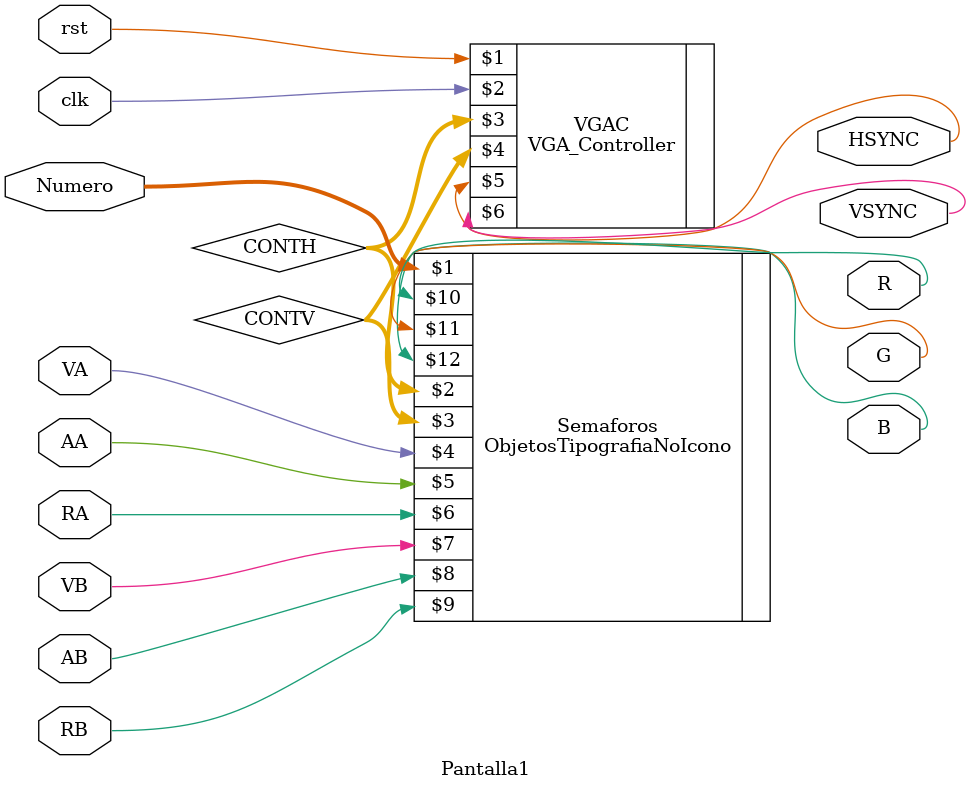
<source format=v>
`timescale 1ns / 1ps

module Pantalla1 (clk,rst,VSYNC, HSYNC, R, G, B, VA, AA, RA, VB, AB, RB, Numero);

//ENTRADA DEL SEMAFORO, VerdeA, AmarilloA,..., RojoB.
input  VA, AA, RA, VB, AB, RB;
input [3:0]Numero;
////////////////////////////////////
//ENTRADA CONTROL
input clk, rst;

////////////////////////////////////
//SALIDA
output wire VSYNC, HSYNC, R, G, B;

///////////////////////////////////

//MODULO GENERADOR
wire [9:0] CONTH, CONTV;

//"Generador de posiciones" Este modulo produce las senales de sincronizacion
//con la pantalla, ademas, cuenta con podulos que tienen la posicion actual en 
//pantalla
//CLK de entrdada de 100MHz

VGA_Controller VGAC(rst, clk, CONTH,CONTV,HSYNC,VSYNC);


//Asignaciones de Color a objetos especificos segun la posicion en la pantalla
ObjetosTipografiaNoIcono Semaforos(Numero,CONTH,CONTV,VA,AA,RA,VB,AB,RB,R,G,B);

endmodule

</source>
